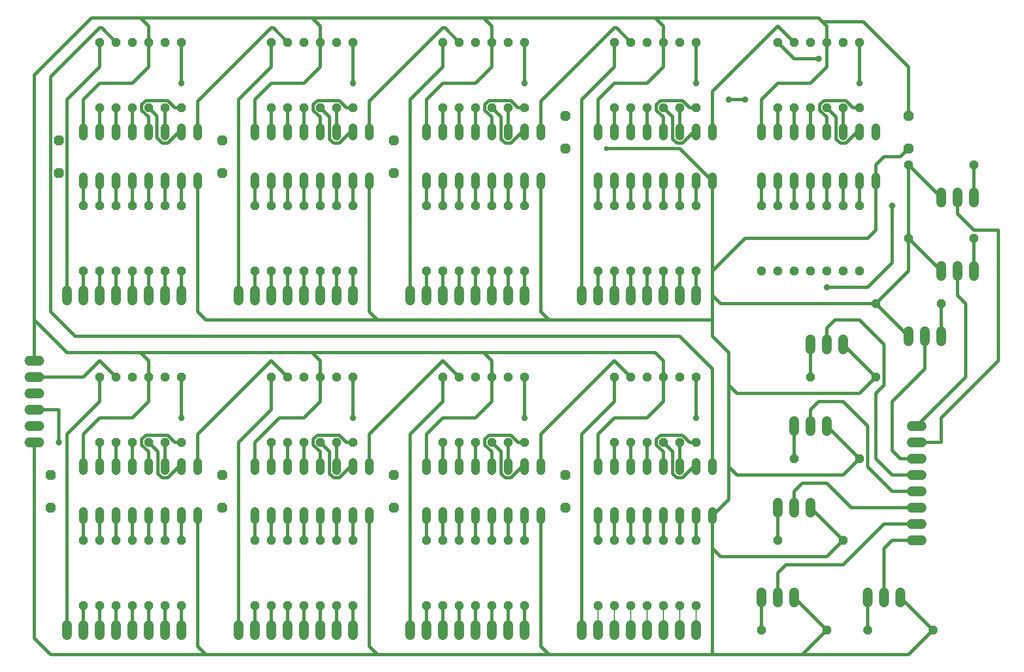
<source format=gbr>
G04 EAGLE Gerber RS-274X export*
G75*
%MOMM*%
%FSLAX34Y34*%
%LPD*%
%INBottom Copper*%
%IPPOS*%
%AMOC8*
5,1,8,0,0,1.08239X$1,22.5*%
G01*
%ADD10C,1.320800*%
%ADD11C,1.524000*%
%ADD12P,1.429621X8X292.500000*%
%ADD13P,1.429621X8X22.500000*%
%ADD14P,1.429621X8X202.500000*%
%ADD15P,1.429621X8X112.500000*%
%ADD16P,1.732040X8X292.500000*%
%ADD17C,0.508000*%
%ADD18C,0.756400*%
%ADD19C,0.152400*%
%ADD20C,1.000000*%


D10*
X101600Y221996D02*
X101600Y235204D01*
X127000Y235204D02*
X127000Y221996D01*
X254000Y221996D02*
X254000Y235204D01*
X279400Y235204D02*
X279400Y221996D01*
X152400Y221996D02*
X152400Y235204D01*
X177800Y235204D02*
X177800Y221996D01*
X228600Y221996D02*
X228600Y235204D01*
X203200Y235204D02*
X203200Y221996D01*
X279400Y298196D02*
X279400Y311404D01*
X254000Y311404D02*
X254000Y298196D01*
X228600Y298196D02*
X228600Y311404D01*
X203200Y311404D02*
X203200Y298196D01*
X177800Y298196D02*
X177800Y311404D01*
X152400Y311404D02*
X152400Y298196D01*
X127000Y298196D02*
X127000Y311404D01*
X101600Y311404D02*
X101600Y298196D01*
X368300Y235204D02*
X368300Y221996D01*
X393700Y221996D02*
X393700Y235204D01*
X520700Y235204D02*
X520700Y221996D01*
X546100Y221996D02*
X546100Y235204D01*
X419100Y235204D02*
X419100Y221996D01*
X444500Y221996D02*
X444500Y235204D01*
X495300Y235204D02*
X495300Y221996D01*
X469900Y221996D02*
X469900Y235204D01*
X546100Y298196D02*
X546100Y311404D01*
X520700Y311404D02*
X520700Y298196D01*
X495300Y298196D02*
X495300Y311404D01*
X469900Y311404D02*
X469900Y298196D01*
X444500Y298196D02*
X444500Y311404D01*
X419100Y311404D02*
X419100Y298196D01*
X393700Y298196D02*
X393700Y311404D01*
X368300Y311404D02*
X368300Y298196D01*
X635000Y235204D02*
X635000Y221996D01*
X660400Y221996D02*
X660400Y235204D01*
X787400Y235204D02*
X787400Y221996D01*
X812800Y221996D02*
X812800Y235204D01*
X685800Y235204D02*
X685800Y221996D01*
X711200Y221996D02*
X711200Y235204D01*
X762000Y235204D02*
X762000Y221996D01*
X736600Y221996D02*
X736600Y235204D01*
X812800Y298196D02*
X812800Y311404D01*
X787400Y311404D02*
X787400Y298196D01*
X762000Y298196D02*
X762000Y311404D01*
X736600Y311404D02*
X736600Y298196D01*
X711200Y298196D02*
X711200Y311404D01*
X685800Y311404D02*
X685800Y298196D01*
X660400Y298196D02*
X660400Y311404D01*
X635000Y311404D02*
X635000Y298196D01*
X901700Y235204D02*
X901700Y221996D01*
X927100Y221996D02*
X927100Y235204D01*
X1054100Y235204D02*
X1054100Y221996D01*
X1079500Y221996D02*
X1079500Y235204D01*
X952500Y235204D02*
X952500Y221996D01*
X977900Y221996D02*
X977900Y235204D01*
X1028700Y235204D02*
X1028700Y221996D01*
X1003300Y221996D02*
X1003300Y235204D01*
X1079500Y298196D02*
X1079500Y311404D01*
X1054100Y311404D02*
X1054100Y298196D01*
X1028700Y298196D02*
X1028700Y311404D01*
X1003300Y311404D02*
X1003300Y298196D01*
X977900Y298196D02*
X977900Y311404D01*
X952500Y311404D02*
X952500Y298196D01*
X927100Y298196D02*
X927100Y311404D01*
X901700Y311404D02*
X901700Y298196D01*
X101600Y742696D02*
X101600Y755904D01*
X127000Y755904D02*
X127000Y742696D01*
X254000Y742696D02*
X254000Y755904D01*
X279400Y755904D02*
X279400Y742696D01*
X152400Y742696D02*
X152400Y755904D01*
X177800Y755904D02*
X177800Y742696D01*
X228600Y742696D02*
X228600Y755904D01*
X203200Y755904D02*
X203200Y742696D01*
X279400Y818896D02*
X279400Y832104D01*
X254000Y832104D02*
X254000Y818896D01*
X228600Y818896D02*
X228600Y832104D01*
X203200Y832104D02*
X203200Y818896D01*
X177800Y818896D02*
X177800Y832104D01*
X152400Y832104D02*
X152400Y818896D01*
X127000Y818896D02*
X127000Y832104D01*
X101600Y832104D02*
X101600Y818896D01*
X368300Y755904D02*
X368300Y742696D01*
X393700Y742696D02*
X393700Y755904D01*
X520700Y755904D02*
X520700Y742696D01*
X546100Y742696D02*
X546100Y755904D01*
X419100Y755904D02*
X419100Y742696D01*
X444500Y742696D02*
X444500Y755904D01*
X495300Y755904D02*
X495300Y742696D01*
X469900Y742696D02*
X469900Y755904D01*
X546100Y818896D02*
X546100Y832104D01*
X520700Y832104D02*
X520700Y818896D01*
X495300Y818896D02*
X495300Y832104D01*
X469900Y832104D02*
X469900Y818896D01*
X444500Y818896D02*
X444500Y832104D01*
X419100Y832104D02*
X419100Y818896D01*
X393700Y818896D02*
X393700Y832104D01*
X368300Y832104D02*
X368300Y818896D01*
X635000Y755904D02*
X635000Y742696D01*
X660400Y742696D02*
X660400Y755904D01*
X787400Y755904D02*
X787400Y742696D01*
X812800Y742696D02*
X812800Y755904D01*
X685800Y755904D02*
X685800Y742696D01*
X711200Y742696D02*
X711200Y755904D01*
X762000Y755904D02*
X762000Y742696D01*
X736600Y742696D02*
X736600Y755904D01*
X812800Y818896D02*
X812800Y832104D01*
X787400Y832104D02*
X787400Y818896D01*
X762000Y818896D02*
X762000Y832104D01*
X736600Y832104D02*
X736600Y818896D01*
X711200Y818896D02*
X711200Y832104D01*
X685800Y832104D02*
X685800Y818896D01*
X660400Y818896D02*
X660400Y832104D01*
X635000Y832104D02*
X635000Y818896D01*
X901700Y755904D02*
X901700Y742696D01*
X927100Y742696D02*
X927100Y755904D01*
X1054100Y755904D02*
X1054100Y742696D01*
X1079500Y742696D02*
X1079500Y755904D01*
X952500Y755904D02*
X952500Y742696D01*
X977900Y742696D02*
X977900Y755904D01*
X1028700Y755904D02*
X1028700Y742696D01*
X1003300Y742696D02*
X1003300Y755904D01*
X1079500Y818896D02*
X1079500Y832104D01*
X1054100Y832104D02*
X1054100Y818896D01*
X1028700Y818896D02*
X1028700Y832104D01*
X1003300Y832104D02*
X1003300Y818896D01*
X977900Y818896D02*
X977900Y832104D01*
X952500Y832104D02*
X952500Y818896D01*
X927100Y818896D02*
X927100Y832104D01*
X901700Y832104D02*
X901700Y818896D01*
X1155700Y755904D02*
X1155700Y742696D01*
X1181100Y742696D02*
X1181100Y755904D01*
X1308100Y755904D02*
X1308100Y742696D01*
X1333500Y742696D02*
X1333500Y755904D01*
X1206500Y755904D02*
X1206500Y742696D01*
X1231900Y742696D02*
X1231900Y755904D01*
X1282700Y755904D02*
X1282700Y742696D01*
X1257300Y742696D02*
X1257300Y755904D01*
X1333500Y818896D02*
X1333500Y832104D01*
X1308100Y832104D02*
X1308100Y818896D01*
X1282700Y818896D02*
X1282700Y832104D01*
X1257300Y832104D02*
X1257300Y818896D01*
X1231900Y818896D02*
X1231900Y832104D01*
X1206500Y832104D02*
X1206500Y818896D01*
X1181100Y818896D02*
X1181100Y832104D01*
X1155700Y832104D02*
X1155700Y818896D01*
D11*
X76200Y58420D02*
X76200Y43180D01*
X101600Y43180D02*
X101600Y58420D01*
X127000Y58420D02*
X127000Y43180D01*
X152400Y43180D02*
X152400Y58420D01*
X177800Y58420D02*
X177800Y43180D01*
X203200Y43180D02*
X203200Y58420D01*
X228600Y58420D02*
X228600Y43180D01*
X254000Y43180D02*
X254000Y58420D01*
X33020Y469900D02*
X17780Y469900D01*
X17780Y444500D02*
X33020Y444500D01*
X33020Y419100D02*
X17780Y419100D01*
X17780Y393700D02*
X33020Y393700D01*
X33020Y368300D02*
X17780Y368300D01*
X17780Y342900D02*
X33020Y342900D01*
X342900Y58420D02*
X342900Y43180D01*
X368300Y43180D02*
X368300Y58420D01*
X393700Y58420D02*
X393700Y43180D01*
X419100Y43180D02*
X419100Y58420D01*
X444500Y58420D02*
X444500Y43180D01*
X469900Y43180D02*
X469900Y58420D01*
X495300Y58420D02*
X495300Y43180D01*
X520700Y43180D02*
X520700Y58420D01*
X609600Y58420D02*
X609600Y43180D01*
X635000Y43180D02*
X635000Y58420D01*
X660400Y58420D02*
X660400Y43180D01*
X685800Y43180D02*
X685800Y58420D01*
X711200Y58420D02*
X711200Y43180D01*
X736600Y43180D02*
X736600Y58420D01*
X762000Y58420D02*
X762000Y43180D01*
X787400Y43180D02*
X787400Y58420D01*
X876300Y58420D02*
X876300Y43180D01*
X901700Y43180D02*
X901700Y58420D01*
X927100Y58420D02*
X927100Y43180D01*
X952500Y43180D02*
X952500Y58420D01*
X977900Y58420D02*
X977900Y43180D01*
X1003300Y43180D02*
X1003300Y58420D01*
X1028700Y58420D02*
X1028700Y43180D01*
X1054100Y43180D02*
X1054100Y58420D01*
X76200Y563880D02*
X76200Y579120D01*
X101600Y579120D02*
X101600Y563880D01*
X127000Y563880D02*
X127000Y579120D01*
X152400Y579120D02*
X152400Y563880D01*
X177800Y563880D02*
X177800Y579120D01*
X203200Y579120D02*
X203200Y563880D01*
X228600Y563880D02*
X228600Y579120D01*
X254000Y579120D02*
X254000Y563880D01*
X342900Y563880D02*
X342900Y579120D01*
X368300Y579120D02*
X368300Y563880D01*
X393700Y563880D02*
X393700Y579120D01*
X419100Y579120D02*
X419100Y563880D01*
X444500Y563880D02*
X444500Y579120D01*
X469900Y579120D02*
X469900Y563880D01*
X495300Y563880D02*
X495300Y579120D01*
X520700Y579120D02*
X520700Y563880D01*
X609600Y563880D02*
X609600Y579120D01*
X635000Y579120D02*
X635000Y563880D01*
X660400Y563880D02*
X660400Y579120D01*
X685800Y579120D02*
X685800Y563880D01*
X711200Y563880D02*
X711200Y579120D01*
X736600Y579120D02*
X736600Y563880D01*
X762000Y563880D02*
X762000Y579120D01*
X787400Y579120D02*
X787400Y563880D01*
X876300Y563880D02*
X876300Y579120D01*
X901700Y579120D02*
X901700Y563880D01*
X927100Y563880D02*
X927100Y579120D01*
X952500Y579120D02*
X952500Y563880D01*
X977900Y563880D02*
X977900Y579120D01*
X1003300Y579120D02*
X1003300Y563880D01*
X1028700Y563880D02*
X1028700Y579120D01*
X1054100Y579120D02*
X1054100Y563880D01*
X1389380Y190500D02*
X1404620Y190500D01*
X1404620Y215900D02*
X1389380Y215900D01*
X1389380Y241300D02*
X1404620Y241300D01*
X1404620Y266700D02*
X1389380Y266700D01*
X1389380Y292100D02*
X1404620Y292100D01*
X1404620Y317500D02*
X1389380Y317500D01*
X1389380Y342900D02*
X1404620Y342900D01*
X1404620Y368300D02*
X1389380Y368300D01*
X1181100Y248920D02*
X1181100Y233680D01*
X1206500Y233680D02*
X1206500Y248920D01*
X1231900Y248920D02*
X1231900Y233680D01*
X1206500Y360680D02*
X1206500Y375920D01*
X1231900Y375920D02*
X1231900Y360680D01*
X1257300Y360680D02*
X1257300Y375920D01*
X1231900Y487680D02*
X1231900Y502920D01*
X1257300Y502920D02*
X1257300Y487680D01*
X1282700Y487680D02*
X1282700Y502920D01*
X1435100Y500380D02*
X1435100Y515620D01*
X1409700Y515620D02*
X1409700Y500380D01*
X1384300Y500380D02*
X1384300Y515620D01*
X1320800Y109220D02*
X1320800Y93980D01*
X1346200Y93980D02*
X1346200Y109220D01*
X1371600Y109220D02*
X1371600Y93980D01*
X1155700Y93980D02*
X1155700Y109220D01*
X1181100Y109220D02*
X1181100Y93980D01*
X1206500Y93980D02*
X1206500Y109220D01*
X1485900Y716280D02*
X1485900Y731520D01*
X1460500Y731520D02*
X1460500Y716280D01*
X1435100Y716280D02*
X1435100Y731520D01*
X1485900Y617220D02*
X1485900Y601980D01*
X1460500Y601980D02*
X1460500Y617220D01*
X1435100Y617220D02*
X1435100Y601980D01*
D12*
X152400Y444500D03*
X152400Y342900D03*
X203200Y190500D03*
X203200Y88900D03*
X1231900Y965200D03*
X1231900Y863600D03*
X1181100Y711200D03*
X1181100Y609600D03*
D13*
X1181100Y190500D03*
X1282700Y190500D03*
D12*
X1206500Y711200D03*
X1206500Y609600D03*
D13*
X1206500Y317500D03*
X1308100Y317500D03*
D12*
X1231900Y711200D03*
X1231900Y609600D03*
D13*
X1231900Y444500D03*
X1333500Y444500D03*
D12*
X1257300Y711200D03*
X1257300Y609600D03*
D14*
X1435100Y558800D03*
X1333500Y558800D03*
D15*
X1181100Y863600D03*
X1181100Y965200D03*
D12*
X228600Y190500D03*
X228600Y88900D03*
D13*
X1320800Y50800D03*
X1422400Y50800D03*
D12*
X1155700Y711200D03*
X1155700Y609600D03*
D13*
X1155700Y50800D03*
X1257300Y50800D03*
D12*
X1282700Y711200D03*
X1282700Y609600D03*
D14*
X1485900Y774700D03*
X1384300Y774700D03*
D12*
X1308100Y711200D03*
X1308100Y609600D03*
D14*
X1485900Y660400D03*
X1384300Y660400D03*
D12*
X203200Y444500D03*
X203200Y342900D03*
X520700Y444500D03*
X520700Y342900D03*
X469900Y444500D03*
X469900Y342900D03*
X254000Y190500D03*
X254000Y88900D03*
X520700Y965200D03*
X520700Y863600D03*
X469900Y965200D03*
X469900Y863600D03*
X787400Y965200D03*
X787400Y863600D03*
X736600Y965200D03*
X736600Y863600D03*
X1054100Y965200D03*
X1054100Y863600D03*
X1003300Y965200D03*
X1003300Y863600D03*
X419100Y444500D03*
X419100Y342900D03*
X495300Y444500D03*
X495300Y342900D03*
X1308100Y965200D03*
X1308100Y863600D03*
X444500Y444500D03*
X444500Y342900D03*
D15*
X393700Y342900D03*
X393700Y444500D03*
D12*
X368300Y190500D03*
X368300Y88900D03*
X393700Y190500D03*
X393700Y88900D03*
X228600Y444500D03*
X228600Y342900D03*
X419100Y190500D03*
X419100Y88900D03*
X444500Y190500D03*
X444500Y88900D03*
X469900Y190500D03*
X469900Y88900D03*
X495300Y190500D03*
X495300Y88900D03*
X520700Y190500D03*
X520700Y88900D03*
X685800Y444500D03*
X685800Y342900D03*
X762000Y444500D03*
X762000Y342900D03*
X1257300Y965200D03*
X1257300Y863600D03*
X711200Y444500D03*
X711200Y342900D03*
D15*
X660400Y342900D03*
X660400Y444500D03*
D12*
X254000Y444500D03*
X254000Y342900D03*
X635000Y190500D03*
X635000Y88900D03*
X660400Y190500D03*
X660400Y88900D03*
X685800Y190500D03*
X685800Y88900D03*
X711200Y190500D03*
X711200Y88900D03*
X736600Y190500D03*
X736600Y88900D03*
X762000Y190500D03*
X762000Y88900D03*
X787400Y190500D03*
X787400Y88900D03*
X952500Y444500D03*
X952500Y342900D03*
X1028700Y444500D03*
X1028700Y342900D03*
X787400Y444500D03*
X787400Y342900D03*
X177800Y444500D03*
X177800Y342900D03*
X977900Y444500D03*
X977900Y342900D03*
D15*
X927100Y342900D03*
X927100Y444500D03*
D12*
X901700Y190500D03*
X901700Y88900D03*
X927100Y190500D03*
X927100Y88900D03*
X952500Y190500D03*
X952500Y88900D03*
X977900Y190500D03*
X977900Y88900D03*
X1003300Y190500D03*
X1003300Y88900D03*
X1028700Y190500D03*
X1028700Y88900D03*
X1054100Y190500D03*
X1054100Y88900D03*
X152400Y965200D03*
X152400Y863600D03*
D15*
X127000Y342900D03*
X127000Y444500D03*
D12*
X228600Y965200D03*
X228600Y863600D03*
X736600Y444500D03*
X736600Y342900D03*
X177800Y965200D03*
X177800Y863600D03*
D15*
X127000Y863600D03*
X127000Y965200D03*
D12*
X101600Y711200D03*
X101600Y609600D03*
X127000Y711200D03*
X127000Y609600D03*
X152400Y711200D03*
X152400Y609600D03*
X177800Y711200D03*
X177800Y609600D03*
X203200Y711200D03*
X203200Y609600D03*
X228600Y711200D03*
X228600Y609600D03*
X101600Y190500D03*
X101600Y88900D03*
X254000Y711200D03*
X254000Y609600D03*
X419100Y965200D03*
X419100Y863600D03*
X495300Y965200D03*
X495300Y863600D03*
X1054100Y444500D03*
X1054100Y342900D03*
X444500Y965200D03*
X444500Y863600D03*
D15*
X393700Y863600D03*
X393700Y965200D03*
D12*
X368300Y711200D03*
X368300Y609600D03*
X393700Y711200D03*
X393700Y609600D03*
X419100Y711200D03*
X419100Y609600D03*
X444500Y711200D03*
X444500Y609600D03*
X127000Y190500D03*
X127000Y88900D03*
X469900Y711200D03*
X469900Y609600D03*
X495300Y711200D03*
X495300Y609600D03*
X520700Y711200D03*
X520700Y609600D03*
X685800Y965200D03*
X685800Y863600D03*
X762000Y965200D03*
X762000Y863600D03*
X1003300Y444500D03*
X1003300Y342900D03*
X711200Y965200D03*
X711200Y863600D03*
D15*
X660400Y863600D03*
X660400Y965200D03*
D12*
X635000Y711200D03*
X635000Y609600D03*
X660400Y711200D03*
X660400Y609600D03*
X152400Y190500D03*
X152400Y88900D03*
X685800Y711200D03*
X685800Y609600D03*
X711200Y711200D03*
X711200Y609600D03*
X736600Y711200D03*
X736600Y609600D03*
X762000Y711200D03*
X762000Y609600D03*
X787400Y711200D03*
X787400Y609600D03*
X952500Y965200D03*
X952500Y863600D03*
X1028700Y965200D03*
X1028700Y863600D03*
X254000Y965200D03*
X254000Y863600D03*
X977900Y965200D03*
X977900Y863600D03*
D15*
X927100Y863600D03*
X927100Y965200D03*
D12*
X177800Y190500D03*
X177800Y88900D03*
X901700Y711200D03*
X901700Y609600D03*
X927100Y711200D03*
X927100Y609600D03*
X952500Y711200D03*
X952500Y609600D03*
X977900Y711200D03*
X977900Y609600D03*
X1003300Y711200D03*
X1003300Y609600D03*
X1028700Y711200D03*
X1028700Y609600D03*
X1054100Y711200D03*
X1054100Y609600D03*
X1206500Y965200D03*
X1206500Y863600D03*
X1282700Y965200D03*
X1282700Y863600D03*
X203200Y965200D03*
X203200Y863600D03*
D16*
X50800Y292100D03*
X50800Y241300D03*
X317500Y292100D03*
X317500Y241300D03*
X584200Y292100D03*
X584200Y241300D03*
X850900Y292100D03*
X850900Y241300D03*
X63500Y812800D03*
X63500Y762000D03*
X317500Y812800D03*
X317500Y762000D03*
X584200Y812800D03*
X584200Y762000D03*
X850900Y850900D03*
X850900Y800100D03*
X1384300Y850900D03*
X1384300Y800100D03*
D17*
X292100Y533400D02*
X279400Y546100D01*
X292100Y533400D02*
X558800Y533400D01*
X825500Y533400D01*
X1079500Y533400D01*
X1079500Y609600D02*
X1079500Y749300D01*
X1079500Y609600D02*
X1079500Y571500D01*
X1079500Y533400D01*
X546100Y546100D02*
X546100Y749300D01*
X546100Y546100D02*
X558800Y533400D01*
X812800Y546100D02*
X812800Y749300D01*
X812800Y546100D02*
X825500Y533400D01*
X292100Y12700D02*
X279400Y25400D01*
X1079500Y12700D02*
X1079500Y177800D01*
X1079500Y228600D01*
X558800Y12700D02*
X292100Y12700D01*
X558800Y12700D02*
X825500Y12700D01*
X1079500Y12700D01*
X558800Y12700D02*
X546100Y25400D01*
X812800Y25400D02*
X812800Y228600D01*
X812800Y25400D02*
X825500Y12700D01*
X1079500Y508000D02*
X1079500Y533400D01*
X1079500Y508000D02*
X1104900Y482600D01*
X1104900Y431800D01*
X1104900Y304800D01*
X1104900Y254000D01*
X1079500Y228600D01*
X1079500Y609600D02*
X1130300Y660400D01*
X1320800Y660400D02*
X1333500Y673100D01*
X1333500Y749300D01*
X1320800Y660400D02*
X1130300Y660400D01*
X25400Y342900D02*
X25400Y38100D01*
X50800Y12700D01*
X292100Y12700D01*
X1371600Y101600D02*
X1422400Y50800D01*
X1257300Y50800D02*
X1206500Y101600D01*
X1384300Y508000D02*
X1333500Y558800D01*
X1231900Y241300D02*
X1282700Y190500D01*
X1308100Y317500D02*
X1257300Y368300D01*
X1333500Y444500D02*
X1282700Y495300D01*
X1435100Y609600D02*
X1384300Y660400D01*
X1435100Y609600D02*
X1435100Y596900D01*
X1435100Y723900D02*
X1384300Y774700D01*
X1257300Y50800D02*
X1219200Y12700D01*
X1079500Y12700D01*
X1257300Y165100D02*
X1282700Y190500D01*
X1257300Y165100D02*
X1092200Y165100D01*
X1079500Y177800D01*
X1282700Y292100D02*
X1308100Y317500D01*
X1117600Y292100D02*
X1104900Y304800D01*
X1117600Y292100D02*
X1282700Y292100D01*
X1308100Y419100D02*
X1333500Y444500D01*
X1117600Y419100D02*
X1104900Y431800D01*
X1117600Y419100D02*
X1308100Y419100D01*
X1333500Y558800D02*
X1092200Y558800D01*
X1079500Y571500D01*
X1384300Y660400D02*
X1384300Y774700D01*
X1384300Y660400D02*
X1384300Y609600D01*
X1333500Y558800D01*
X1384300Y12700D02*
X1219200Y12700D01*
X1384300Y12700D02*
X1422400Y50800D01*
X546100Y25400D02*
X546100Y228600D01*
X279400Y228600D02*
X279400Y25400D01*
X279400Y546100D02*
X279400Y749300D01*
D18*
X914400Y800100D03*
D17*
X1028700Y800100D01*
X1079500Y749300D01*
X1371600Y787400D02*
X1384300Y800100D01*
X1371600Y787400D02*
X1346200Y787400D01*
X1333500Y774700D01*
X1333500Y749300D01*
X101600Y355600D02*
X101600Y304800D01*
X101600Y355600D02*
X127000Y381000D01*
X177800Y381000D01*
X203200Y406400D01*
X368300Y342900D02*
X406400Y381000D01*
X444500Y381000D01*
X469900Y406400D01*
X635000Y355600D02*
X635000Y304800D01*
X635000Y355600D02*
X660400Y381000D01*
X711200Y381000D01*
X736600Y406400D01*
X901700Y355600D02*
X901700Y304800D01*
X901700Y355600D02*
X927100Y381000D01*
X977900Y381000D01*
X1003300Y406400D01*
X127000Y901700D02*
X101600Y876300D01*
X127000Y901700D02*
X177800Y901700D01*
X203200Y927100D01*
X368300Y876300D02*
X368300Y825500D01*
X368300Y876300D02*
X393700Y901700D01*
X444500Y901700D02*
X469900Y927100D01*
X444500Y901700D02*
X393700Y901700D01*
X635000Y876300D02*
X635000Y825500D01*
X635000Y876300D02*
X660400Y901700D01*
X711200Y901700D01*
X736600Y927100D01*
X901700Y876300D02*
X901700Y825500D01*
X901700Y876300D02*
X927100Y901700D01*
X977900Y901700D02*
X1003300Y927100D01*
X977900Y901700D02*
X927100Y901700D01*
X1155700Y876300D02*
X1155700Y825500D01*
X1155700Y876300D02*
X1181100Y901700D01*
X1231900Y901700D01*
X1257300Y927100D01*
X457200Y482600D02*
X190500Y482600D01*
X457200Y482600D02*
X723900Y482600D01*
X203200Y469900D02*
X190500Y482600D01*
X723900Y482600D02*
X736600Y469900D01*
X76200Y482600D02*
X25400Y533400D01*
X25400Y914400D01*
X1244600Y1003300D02*
X1250950Y996950D01*
X1257300Y990600D01*
X190500Y482600D02*
X76200Y482600D01*
X25400Y914400D02*
X114300Y1003300D01*
X190500Y1003300D01*
X457200Y1003300D01*
X723900Y1003300D01*
X990600Y1003300D01*
X1244600Y1003300D01*
X1003300Y990600D02*
X990600Y1003300D01*
X736600Y990600D02*
X723900Y1003300D01*
X469900Y990600D02*
X457200Y1003300D01*
X203200Y990600D02*
X190500Y1003300D01*
X25400Y533400D02*
X25400Y469900D01*
X101600Y825500D02*
X101600Y876300D01*
X368300Y342900D02*
X368300Y304800D01*
X1250950Y996950D02*
X1314450Y996950D01*
X1384300Y927100D02*
X1384300Y850900D01*
X1384300Y927100D02*
X1314450Y996950D01*
X203200Y469900D02*
X203200Y444500D01*
X203200Y406400D01*
X469900Y406400D02*
X469900Y444500D01*
X469900Y469900D01*
X457200Y482600D01*
X736600Y469900D02*
X736600Y444500D01*
X736600Y406400D01*
X990600Y482600D02*
X1003300Y469900D01*
X1003300Y444500D01*
X990600Y482600D02*
X723900Y482600D01*
X1003300Y444500D02*
X1003300Y406400D01*
X1003300Y927100D02*
X1003300Y965200D01*
X1003300Y990600D01*
X1257300Y990600D02*
X1257300Y965200D01*
X1257300Y927100D01*
X736600Y965200D02*
X736600Y990600D01*
X736600Y965200D02*
X736600Y927100D01*
X469900Y965200D02*
X469900Y990600D01*
X469900Y965200D02*
X469900Y927100D01*
X203200Y965200D02*
X203200Y990600D01*
X203200Y965200D02*
X203200Y927100D01*
X152400Y342900D02*
X152400Y304800D01*
X228600Y304800D02*
X228600Y342900D01*
X177800Y342900D02*
X177800Y304800D01*
X101600Y444500D02*
X127000Y469900D01*
X152400Y444500D01*
X101600Y444500D02*
X25400Y444500D01*
X127000Y444500D02*
X127000Y406400D01*
X76200Y355600D02*
X76200Y50800D01*
X76200Y355600D02*
X127000Y406400D01*
X127000Y342900D02*
X127000Y304800D01*
X101600Y228600D02*
X101600Y190500D01*
X101600Y88900D02*
X101600Y50800D01*
X127000Y50800D02*
X127000Y88900D01*
X127000Y190500D02*
X127000Y228600D01*
X152400Y228600D02*
X152400Y190500D01*
X152400Y88900D02*
X152400Y50800D01*
X177800Y50800D02*
X177800Y88900D01*
X177800Y190500D02*
X177800Y228600D01*
X203200Y228600D02*
X203200Y190500D01*
X203200Y88900D02*
X203200Y50800D01*
X228600Y50800D02*
X228600Y88900D01*
X228600Y190500D02*
X228600Y228600D01*
X254000Y228600D02*
X254000Y190500D01*
X254000Y88900D02*
X254000Y50800D01*
X419100Y304800D02*
X419100Y342900D01*
X495300Y342900D02*
X495300Y304800D01*
X444500Y304800D02*
X444500Y342900D01*
X393700Y393700D02*
X393700Y444500D01*
X342900Y342900D02*
X342900Y50800D01*
X342900Y342900D02*
X393700Y393700D01*
X393700Y342900D02*
X393700Y304800D01*
X368300Y228600D02*
X368300Y190500D01*
X368300Y88900D02*
X368300Y50800D01*
X393700Y50800D02*
X393700Y88900D01*
X393700Y190500D02*
X393700Y228600D01*
X419100Y228600D02*
X419100Y190500D01*
X419100Y88900D02*
X419100Y50800D01*
X444500Y50800D02*
X444500Y88900D01*
X444500Y190500D02*
X444500Y228600D01*
X469900Y228600D02*
X469900Y190500D01*
X469900Y88900D02*
X469900Y50800D01*
X495300Y50800D02*
X495300Y88900D01*
X495300Y190500D02*
X495300Y228600D01*
X520700Y228600D02*
X520700Y190500D01*
X520700Y88900D02*
X520700Y50800D01*
X685800Y444500D02*
X660400Y469900D01*
X546100Y355600D01*
X546100Y304800D01*
X685800Y304800D02*
X685800Y342900D01*
X762000Y342900D02*
X762000Y304800D01*
X711200Y304800D02*
X711200Y342900D01*
X660400Y406400D02*
X660400Y444500D01*
X609600Y355600D02*
X609600Y50800D01*
X609600Y355600D02*
X660400Y406400D01*
X660400Y342900D02*
X660400Y304800D01*
X635000Y228600D02*
X635000Y190500D01*
X635000Y88900D02*
X635000Y50800D01*
X660400Y50800D02*
X660400Y88900D01*
X660400Y190500D02*
X660400Y228600D01*
X685800Y228600D02*
X685800Y190500D01*
X685800Y88900D02*
X685800Y50800D01*
X711200Y50800D02*
X711200Y88900D01*
X711200Y190500D02*
X711200Y228600D01*
X736600Y228600D02*
X736600Y190500D01*
X736600Y88900D02*
X736600Y50800D01*
X762000Y50800D02*
X762000Y88900D01*
X762000Y190500D02*
X762000Y228600D01*
X787400Y228600D02*
X787400Y190500D01*
X787400Y88900D02*
X787400Y50800D01*
X952500Y444500D02*
X927100Y469900D01*
X812800Y355600D01*
X812800Y304800D01*
X952500Y304800D02*
X952500Y342900D01*
X1028700Y342900D02*
X1028700Y304800D01*
X977900Y304800D02*
X977900Y342900D01*
X927100Y406400D02*
X927100Y444500D01*
X876300Y355600D02*
X876300Y50800D01*
X876300Y355600D02*
X927100Y406400D01*
X927100Y342900D02*
X927100Y304800D01*
X901700Y228600D02*
X901700Y190500D01*
D19*
X901700Y88900D02*
X901700Y50800D01*
X927100Y50800D02*
X927100Y88900D01*
D17*
X927100Y190500D02*
X927100Y228600D01*
X952500Y228600D02*
X952500Y190500D01*
D19*
X952500Y88900D02*
X952500Y50800D01*
X977900Y50800D02*
X977900Y88900D01*
D17*
X977900Y190500D02*
X977900Y228600D01*
X1003300Y228600D02*
X1003300Y190500D01*
D19*
X1003300Y88900D02*
X1003300Y50800D01*
X1028700Y50800D02*
X1028700Y88900D01*
D17*
X1028700Y190500D02*
X1028700Y228600D01*
X1054100Y228600D02*
X1054100Y190500D01*
D19*
X1054100Y88900D02*
X1054100Y50800D01*
D17*
X152400Y825500D02*
X152400Y863600D01*
X228600Y863600D02*
X228600Y825500D01*
X177800Y825500D02*
X177800Y863600D01*
X127000Y927100D02*
X127000Y965200D01*
X76200Y876300D02*
X76200Y571500D01*
X76200Y876300D02*
X127000Y927100D01*
X127000Y863600D02*
X127000Y825500D01*
X101600Y749300D02*
X101600Y711200D01*
X101600Y609600D02*
X101600Y571500D01*
X127000Y571500D02*
X127000Y609600D01*
X127000Y711200D02*
X127000Y749300D01*
X152400Y749300D02*
X152400Y711200D01*
X152400Y609600D02*
X152400Y571500D01*
X177800Y571500D02*
X177800Y609600D01*
X177800Y711200D02*
X177800Y749300D01*
X203200Y749300D02*
X203200Y711200D01*
X203200Y609600D02*
X203200Y571500D01*
X228600Y571500D02*
X228600Y609600D01*
X228600Y711200D02*
X228600Y749300D01*
X254000Y749300D02*
X254000Y711200D01*
X254000Y609600D02*
X254000Y571500D01*
X419100Y825500D02*
X419100Y863600D01*
X495300Y863600D02*
X495300Y825500D01*
X444500Y825500D02*
X444500Y863600D01*
X393700Y927100D02*
X393700Y965200D01*
X342900Y876300D02*
X342900Y571500D01*
X342900Y876300D02*
X393700Y927100D01*
X393700Y863600D02*
X393700Y825500D01*
X368300Y749300D02*
X368300Y711200D01*
X368300Y609600D02*
X368300Y571500D01*
X393700Y571500D02*
X393700Y609600D01*
X393700Y711200D02*
X393700Y749300D01*
X419100Y749300D02*
X419100Y711200D01*
X419100Y609600D02*
X419100Y571500D01*
X444500Y571500D02*
X444500Y609600D01*
X444500Y711200D02*
X444500Y749300D01*
X469900Y749300D02*
X469900Y711200D01*
X469900Y609600D02*
X469900Y571500D01*
X495300Y571500D02*
X495300Y609600D01*
X495300Y711200D02*
X495300Y749300D01*
X520700Y749300D02*
X520700Y711200D01*
X520700Y609600D02*
X520700Y571500D01*
X685800Y965200D02*
X663700Y987300D01*
X660400Y987300D01*
X546100Y873000D01*
X546100Y825500D01*
X685800Y825500D02*
X685800Y863600D01*
X762000Y863600D02*
X762000Y825500D01*
X711200Y825500D02*
X711200Y863600D01*
X660400Y927100D02*
X660400Y965200D01*
X609600Y876300D02*
X609600Y571500D01*
X609600Y876300D02*
X660400Y927100D01*
X660400Y863600D02*
X660400Y825500D01*
X635000Y749300D02*
X635000Y711200D01*
X635000Y609600D02*
X635000Y571500D01*
X660400Y571500D02*
X660400Y609600D01*
X660400Y711200D02*
X660400Y749300D01*
X685800Y749300D02*
X685800Y711200D01*
X685800Y609600D02*
X685800Y571500D01*
X711200Y571500D02*
X711200Y609600D01*
X711200Y711200D02*
X711200Y749300D01*
X736600Y749300D02*
X736600Y711200D01*
X736600Y609600D02*
X736600Y571500D01*
X762000Y571500D02*
X762000Y609600D01*
X762000Y711200D02*
X762000Y749300D01*
X787400Y749300D02*
X787400Y711200D01*
X787400Y609600D02*
X787400Y571500D01*
X952500Y965200D02*
X930400Y987300D01*
X927100Y987300D01*
X812800Y873000D01*
X812800Y825500D01*
X952500Y825500D02*
X952500Y863600D01*
X1028700Y863600D02*
X1028700Y825500D01*
X977900Y825500D02*
X977900Y863600D01*
X927100Y927100D02*
X927100Y965200D01*
X876300Y876300D02*
X876300Y571500D01*
X876300Y876300D02*
X927100Y927100D01*
X927100Y863600D02*
X927100Y825500D01*
X901700Y749300D02*
X901700Y711200D01*
X901700Y609600D02*
X901700Y571500D01*
X927100Y571500D02*
X927100Y609600D01*
X927100Y711200D02*
X927100Y749300D01*
X952500Y749300D02*
X952500Y711200D01*
X952500Y609600D02*
X952500Y571500D01*
X977900Y571500D02*
X977900Y609600D01*
X977900Y711200D02*
X977900Y749300D01*
X1003300Y749300D02*
X1003300Y711200D01*
X1003300Y609600D02*
X1003300Y571500D01*
X1028700Y571500D02*
X1028700Y609600D01*
X1028700Y711200D02*
X1028700Y749300D01*
X1054100Y749300D02*
X1054100Y711200D01*
X1054100Y609600D02*
X1054100Y571500D01*
X1206500Y825500D02*
X1206500Y863600D01*
X1282700Y863600D02*
X1282700Y825500D01*
X1231900Y825500D02*
X1231900Y863600D01*
X1079500Y889000D02*
X1079500Y825500D01*
X1079500Y889000D02*
X1181100Y990600D01*
X1206500Y965200D01*
X1181100Y241300D02*
X1181100Y190500D01*
X1206500Y317500D02*
X1206500Y368300D01*
X1231900Y444500D02*
X1231900Y495300D01*
X1435100Y508000D02*
X1435100Y558800D01*
X1320800Y101600D02*
X1320800Y50800D01*
X1206500Y939800D02*
X1181100Y965200D01*
X1206500Y939800D02*
X1244600Y939800D01*
D20*
X1244600Y939800D03*
X1358900Y711200D03*
D17*
X1358900Y622300D01*
X1320800Y584200D01*
X1257300Y584200D01*
D20*
X1257300Y584200D03*
D17*
X1155700Y101600D02*
X1155700Y50800D01*
X1485900Y723900D02*
X1485900Y774700D01*
X1485900Y660400D02*
X1485900Y609600D01*
X1181100Y825500D02*
X1181100Y863600D01*
X1155700Y749300D02*
X1155700Y711200D01*
X1181100Y711200D02*
X1181100Y749300D01*
X1206500Y749300D02*
X1206500Y711200D01*
X1231900Y711200D02*
X1231900Y749300D01*
X1257300Y749300D02*
X1257300Y711200D01*
X1282700Y711200D02*
X1282700Y749300D01*
X1308100Y749300D02*
X1308100Y711200D01*
X1346200Y177800D02*
X1346200Y101600D01*
X1346200Y177800D02*
X1358900Y190500D01*
X1397000Y190500D01*
X1181100Y114300D02*
X1181100Y101600D01*
X1181100Y139700D01*
X1193800Y152400D01*
X1346200Y215900D02*
X1397000Y215900D01*
X1282700Y152400D02*
X1193800Y152400D01*
X1282700Y152400D02*
X1346200Y215900D01*
X1206500Y241300D02*
X1206500Y266700D01*
X1219200Y279400D01*
X1257300Y279400D01*
X1295400Y241300D02*
X1397000Y241300D01*
X1295400Y241300D02*
X1257300Y279400D01*
X1231900Y368300D02*
X1231900Y393700D01*
X1244600Y406400D01*
X1282700Y406400D01*
X1320800Y368300D01*
X1320800Y304800D01*
X1358900Y266700D01*
X1397000Y266700D01*
X1257300Y495300D02*
X1257300Y520700D01*
X1270000Y533400D01*
X1308100Y533400D01*
X1346200Y495300D01*
X1346200Y431800D01*
X1333500Y419100D01*
X1333500Y317500D01*
X1358900Y292100D02*
X1397000Y292100D01*
X1358900Y292100D02*
X1333500Y317500D01*
X1409700Y469900D02*
X1409700Y508000D01*
X1409700Y457200D01*
X1358900Y406400D01*
X1358900Y330200D01*
X1371600Y317500D01*
X1397000Y317500D01*
X1460500Y698500D02*
X1460500Y723900D01*
X1460500Y698500D02*
X1473200Y685800D01*
X1485900Y673100D01*
X1524000Y673100D01*
X1435100Y381000D02*
X1435100Y342900D01*
X1397000Y342900D01*
X1524000Y469900D02*
X1524000Y673100D01*
X1524000Y469900D02*
X1435100Y381000D01*
X1460500Y571500D02*
X1460500Y609600D01*
X1460500Y571500D02*
X1473200Y558800D01*
X1473200Y444500D01*
X1397000Y368300D01*
X419100Y444500D02*
X393700Y469900D01*
X279400Y355600D01*
X279400Y304800D01*
X152400Y965200D02*
X130300Y987300D01*
X127000Y987300D01*
X50800Y911100D01*
X50800Y546100D01*
X88900Y508000D01*
X1028700Y508000D01*
X1079500Y457200D01*
X1079500Y304800D01*
X419100Y965200D02*
X397000Y987300D01*
X393700Y987300D01*
X279400Y873000D01*
X279400Y825500D01*
X484632Y293777D02*
X490881Y287528D01*
X499719Y287528D01*
X516991Y304800D02*
X520700Y304800D01*
X516991Y304800D02*
X499719Y287528D01*
X484632Y328168D02*
X469900Y342900D01*
X484632Y328168D02*
X484632Y293777D01*
X459232Y338481D02*
X459232Y347319D01*
X465481Y353568D01*
X510387Y342900D02*
X520700Y342900D01*
X510387Y342900D02*
X499719Y353568D01*
X469900Y327813D02*
X469900Y304800D01*
X469900Y327813D02*
X459232Y338481D01*
X465481Y353568D02*
X499719Y353568D01*
X192532Y347319D02*
X192532Y338481D01*
X192532Y347319D02*
X198781Y353568D01*
X243687Y342900D02*
X254000Y342900D01*
X243687Y342900D02*
X233019Y353568D01*
X203200Y327813D02*
X203200Y304800D01*
X203200Y327813D02*
X192532Y338481D01*
X198781Y353568D02*
X233019Y353568D01*
X217932Y293777D02*
X224181Y287528D01*
X233019Y287528D01*
X250291Y304800D02*
X254000Y304800D01*
X250291Y304800D02*
X233019Y287528D01*
X217932Y328168D02*
X203200Y342900D01*
X217932Y328168D02*
X217932Y293777D01*
X725932Y338481D02*
X725932Y347319D01*
X732181Y353568D01*
X777087Y342900D02*
X787400Y342900D01*
X777087Y342900D02*
X766419Y353568D01*
X736600Y327813D02*
X736600Y304800D01*
X736600Y327813D02*
X725932Y338481D01*
X732181Y353568D02*
X766419Y353568D01*
X751332Y293777D02*
X757581Y287528D01*
X766419Y287528D01*
X783691Y304800D02*
X787400Y304800D01*
X783691Y304800D02*
X766419Y287528D01*
X751332Y328168D02*
X736600Y342900D01*
X751332Y328168D02*
X751332Y293777D01*
X1018032Y293777D02*
X1024281Y287528D01*
X1033119Y287528D01*
X1050391Y304800D02*
X1054100Y304800D01*
X1050391Y304800D02*
X1033119Y287528D01*
X1018032Y328168D02*
X1003300Y342900D01*
X1018032Y328168D02*
X1018032Y293777D01*
X992632Y338481D02*
X992632Y347319D01*
X998881Y353568D01*
X1043787Y342900D02*
X1054100Y342900D01*
X1043787Y342900D02*
X1033119Y353568D01*
X1003300Y327813D02*
X1003300Y304800D01*
X1003300Y327813D02*
X992632Y338481D01*
X998881Y353568D02*
X1033119Y353568D01*
X215900Y850900D02*
X203200Y863600D01*
X224181Y808228D02*
X233019Y808228D01*
X250291Y825500D02*
X254000Y825500D01*
X250291Y825500D02*
X233019Y808228D01*
X224181Y808228D02*
X215900Y816509D01*
X215900Y850900D01*
X192532Y859181D02*
X192532Y868019D01*
X198781Y874268D01*
X203200Y848513D02*
X203200Y825500D01*
X243687Y863600D02*
X233019Y874268D01*
X243687Y863600D02*
X254000Y863600D01*
X203200Y848513D02*
X192532Y859181D01*
X198781Y874268D02*
X233019Y874268D01*
X484632Y814477D02*
X490881Y808228D01*
X499719Y808228D01*
X516991Y825500D02*
X520700Y825500D01*
X516991Y825500D02*
X499719Y808228D01*
X484632Y848868D02*
X469900Y863600D01*
X484632Y848868D02*
X484632Y814477D01*
X459232Y859181D02*
X459232Y868019D01*
X465481Y874268D01*
X510387Y863600D02*
X520700Y863600D01*
X510387Y863600D02*
X499719Y874268D01*
X469900Y848513D02*
X469900Y825500D01*
X469900Y848513D02*
X459232Y859181D01*
X465481Y874268D02*
X499719Y874268D01*
X751332Y814477D02*
X757581Y808228D01*
X766419Y808228D01*
X783691Y825500D02*
X787400Y825500D01*
X783691Y825500D02*
X766419Y808228D01*
X751332Y848868D02*
X736600Y863600D01*
X751332Y848868D02*
X751332Y814477D01*
X725932Y859181D02*
X725932Y868019D01*
X732181Y874268D01*
X777087Y863600D02*
X787400Y863600D01*
X777087Y863600D02*
X766419Y874268D01*
X736600Y848513D02*
X736600Y825500D01*
X736600Y848513D02*
X725932Y859181D01*
X732181Y874268D02*
X766419Y874268D01*
X1018032Y814477D02*
X1024281Y808228D01*
X1033119Y808228D01*
X1050391Y825500D02*
X1054100Y825500D01*
X1050391Y825500D02*
X1033119Y808228D01*
X1018032Y848868D02*
X1003300Y863600D01*
X1018032Y848868D02*
X1018032Y814477D01*
X992632Y859181D02*
X992632Y868019D01*
X998881Y874268D01*
X1043787Y863600D02*
X1054100Y863600D01*
X1043787Y863600D02*
X1033119Y874268D01*
X1003300Y848513D02*
X1003300Y825500D01*
X1003300Y848513D02*
X992632Y859181D01*
X998881Y874268D02*
X1033119Y874268D01*
X1272032Y814477D02*
X1278281Y808228D01*
X1287119Y808228D01*
X1304391Y825500D02*
X1308100Y825500D01*
X1304391Y825500D02*
X1287119Y808228D01*
X1272032Y848868D02*
X1257300Y863600D01*
X1272032Y848868D02*
X1272032Y814477D01*
X1246632Y859181D02*
X1246632Y868019D01*
X1252881Y874268D01*
X1297787Y863600D02*
X1308100Y863600D01*
X1297787Y863600D02*
X1287119Y874268D01*
X1257300Y848513D02*
X1257300Y825500D01*
X1257300Y848513D02*
X1246632Y859181D01*
X1252881Y874268D02*
X1287119Y874268D01*
D20*
X787400Y381000D03*
D17*
X1054100Y381000D02*
X1054100Y444500D01*
D20*
X1054100Y381000D03*
X254000Y381000D03*
X520700Y381000D03*
X63500Y342900D03*
D17*
X63500Y393700D01*
X1308100Y901700D02*
X1308100Y965200D01*
D20*
X254000Y901700D03*
X520700Y901700D03*
X787400Y901700D03*
X1054100Y901700D03*
X1308100Y901700D03*
X1104900Y876300D03*
D17*
X1130300Y876300D01*
D20*
X1130300Y876300D03*
D17*
X787400Y444500D02*
X787400Y381000D01*
X520700Y381000D02*
X520700Y444500D01*
X254000Y444500D02*
X254000Y381000D01*
X63500Y393700D02*
X25400Y393700D01*
X254000Y901700D02*
X254000Y965200D01*
X520700Y965200D02*
X520700Y901700D01*
X787400Y901700D02*
X787400Y965200D01*
X1054100Y965200D02*
X1054100Y901700D01*
M02*

</source>
